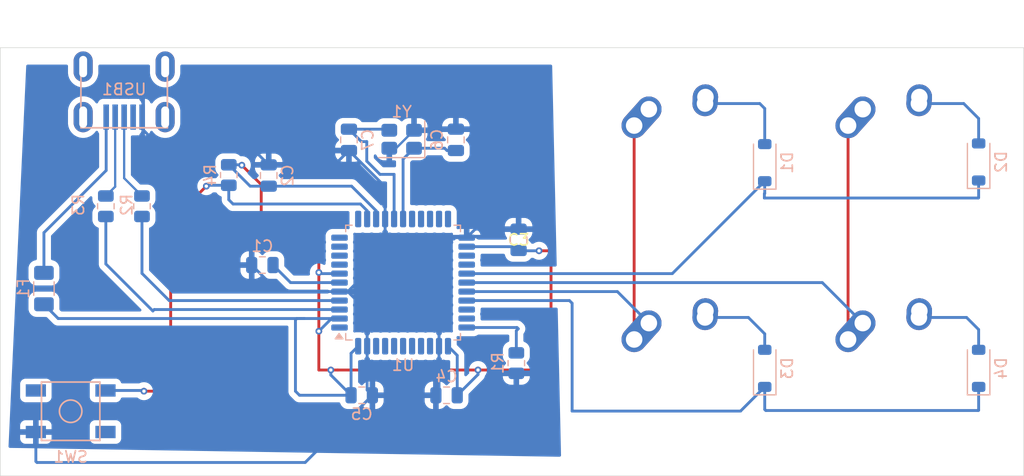
<source format=kicad_pcb>
(kicad_pcb (version 20241229) (generator "pcbnew") (generator_version "9.0")
  (layers (0 "F.Cu" signal) (2 "B.Cu" signal) (13 "F.Paste" user) (15 "B.Paste" user) (5 "F.SilkS" user "F.Silkscreen") (7 "B.SilkS" user "B.Silkscreen") (1 "F.Mask" user) (3 "B.Mask" user) (25 "Edge.Cuts" user))
  (net 0 "")
  (net 1 "Net-(U1-UCAP)")
  (net 2 "GND")
  (net 3 "+5V")
  (net 4 "Net-(U1-XTAL1)")
  (net 5 "Net-(U1-XTAL2)")
  (net 6 "Net-(D1-A)")
  (net 7 "/ROW0")
  (net 8 "Net-(D2-A)")
  (net 9 "Net-(D3-A)")
  (net 10 "/ROW1")
  (net 11 "Net-(D4-A)")
  (net 12 "VCC")
  (net 13 "/COL0")
  (net 14 "/COL1")
  (net 15 "Net-(U1-~{HWB}{slash}PE2)")
  (net 16 "Net-(U1-D+)")
  (net 17 "/D+")
  (net 18 "/D-")
  (net 19 "Net-(U1-D-)")
  (net 20 "Net-(U1-~{RESET})")
  (footprint "MX_Alps_Hybrid:MX-1U-NoLED" (layer "F.Cu") (at 129.3731 88.9259)
    (property "Reference" "MX1")
    (property "Value" "MX-NoLED")
    (pad "" np_thru_hole circle (at -5.08 0 48.0996) (size 1.75 1.75) (drill 1.75) (layers "*.Cu" "*.Mask"))
    (pad "" np_thru_hole circle (at 0 0) (size 3.9878 3.9878) (drill 3.9878) (layers "*.Cu" "*.Mask"))
    (pad "" np_thru_hole circle (at 5.08 0 48.0996) (size 1.75 1.75) (drill 1.75) (layers "*.Cu" "*.Mask"))
    (pad "1" thru_hole oval (at -3.81 -2.54 48.0996) (size 4.211556 2.25) (drill 1.47 (offset 0.980778 0)) (layers "*.Cu" "B.Mask") (net 13 "/COL0"))
    (pad "1" thru_hole circle (at -2.5 -4) (size 2.25 2.25) (drill 1.47) (layers "*.Cu" "B.Mask") (net 13 "/COL0"))
    (pad "2" thru_hole oval (at 2.5 -4.5 86.0548) (size 2.831378 2.25) (drill 1.47 (offset 0.290689 0)) (layers "*.Cu" "B.Mask") (net 6 "Net-(D1-A)"))
    (pad "2" thru_hole circle (at 2.54 -5.08) (size 2.25 2.25) (drill 1.47) (layers "*.Cu" "B.Mask") (net 6 "Net-(D1-A)"))
  )
  (footprint "MX_Alps_Hybrid:MX-1U-NoLED" (layer "F.Cu") (at 129.3731 107.9747)
    (property "Reference" "MX3")
    (property "Value" "MX-NoLED")
    (pad "" np_thru_hole circle (at -5.08 0 48.0996) (size 1.75 1.75) (drill 1.75) (layers "*.Cu" "*.Mask"))
    (pad "" np_thru_hole circle (at 0 0) (size 3.9878 3.9878) (drill 3.9878) (layers "*.Cu" "*.Mask"))
    (pad "" np_thru_hole circle (at 5.08 0 48.0996) (size 1.75 1.75) (drill 1.75) (layers "*.Cu" "*.Mask"))
    (pad "1" thru_hole oval (at -3.81 -2.54 48.0996) (size 4.211556 2.25) (drill 1.47 (offset 0.980778 0)) (layers "*.Cu" "B.Mask") (net 13 "/COL0"))
    (pad "1" thru_hole circle (at -2.5 -4) (size 2.25 2.25) (drill 1.47) (layers "*.Cu" "B.Mask") (net 13 "/COL0"))
    (pad "2" thru_hole oval (at 2.5 -4.5 86.0548) (size 2.831378 2.25) (drill 1.47 (offset 0.290689 0)) (layers "*.Cu" "B.Mask") (net 9 "Net-(D3-A)"))
    (pad "2" thru_hole circle (at 2.54 -5.08) (size 2.25 2.25) (drill 1.47) (layers "*.Cu" "B.Mask") (net 9 "Net-(D3-A)"))
  )
  (footprint "MX_Alps_Hybrid:MX-1U-NoLED" (layer "F.Cu") (at 148.4219 88.9259)
    (property "Reference" "MX2")
    (property "Value" "MX-NoLED")
    (pad "" np_thru_hole circle (at -5.08 0 48.0996) (size 1.75 1.75) (drill 1.75) (layers "*.Cu" "*.Mask"))
    (pad "" np_thru_hole circle (at 0 0) (size 3.9878 3.9878) (drill 3.9878) (layers "*.Cu" "*.Mask"))
    (pad "" np_thru_hole circle (at 5.08 0 48.0996) (size 1.75 1.75) (drill 1.75) (layers "*.Cu" "*.Mask"))
    (pad "1" thru_hole oval (at -3.81 -2.54 48.0996) (size 4.211556 2.25) (drill 1.47 (offset 0.980778 0)) (layers "*.Cu" "B.Mask") (net 14 "/COL1"))
    (pad "1" thru_hole circle (at -2.5 -4) (size 2.25 2.25) (drill 1.47) (layers "*.Cu" "B.Mask") (net 14 "/COL1"))
    (pad "2" thru_hole oval (at 2.5 -4.5 86.0548) (size 2.831378 2.25) (drill 1.47 (offset 0.290689 0)) (layers "*.Cu" "B.Mask") (net 8 "Net-(D2-A)"))
    (pad "2" thru_hole circle (at 2.54 -5.08) (size 2.25 2.25) (drill 1.47) (layers "*.Cu" "B.Mask") (net 8 "Net-(D2-A)"))
  )
  (footprint "MX_Alps_Hybrid:MX-1U-NoLED" (layer "F.Cu") (at 148.4219 107.9747)
    (property "Reference" "MX4")
    (property "Value" "MX-NoLED")
    (pad "" np_thru_hole circle (at -5.08 0 48.0996) (size 1.75 1.75) (drill 1.75) (layers "*.Cu" "*.Mask"))
    (pad "" np_thru_hole circle (at 0 0) (size 3.9878 3.9878) (drill 3.9878) (layers "*.Cu" "*.Mask"))
    (pad "" np_thru_hole circle (at 5.08 0 48.0996) (size 1.75 1.75) (drill 1.75) (layers "*.Cu" "*.Mask"))
    (pad "1" thru_hole oval (at -3.81 -2.54 48.0996) (size 4.211556 2.25) (drill 1.47 (offset 0.980778 0)) (layers "*.Cu" "B.Mask") (net 14 "/COL1"))
    (pad "1" thru_hole circle (at -2.5 -4) (size 2.25 2.25) (drill 1.47) (layers "*.Cu" "B.Mask") (net 14 "/COL1"))
    (pad "2" thru_hole oval (at 2.5 -4.5 86.0548) (size 2.831378 2.25) (drill 1.47 (offset 0.290689 0)) (layers "*.Cu" "B.Mask") (net 11 "Net-(D4-A)"))
    (pad "2" thru_hole circle (at 2.54 -5.08) (size 2.25 2.25) (drill 1.47) (layers "*.Cu" "B.Mask") (net 11 "Net-(D4-A)"))
  )
  (footprint "Resistor_SMD:R_0805_2012Metric" (layer "B.Cu") (at 78.518 93.5693 -90)
    (property "Reference" "R3" (at -0.1188 2.4437 90) (layer "B.SilkS") (effects (justify mirror)))
    (property "Value" "22")
    (fp_line (start -0.227064 0.735) (end 0.227064 0.735) (stroke (width 0.12)) (layer "B.SilkS"))
    (fp_line (start -0.227064 -0.735) (end 0.227064 -0.735) (stroke (width 0.12)) (layer "B.SilkS"))
    (pad "1" smd roundrect (at -0.9125 0 270) (size 1.025 1.4) (layers "B.Cu" "B.Mask" "B.Paste") (roundrect_rratio 0.243902) (net 18 "/D-"))
    (pad "2" smd roundrect (at 0.9125 0 270) (size 1.025 1.4) (layers "B.Cu" "B.Mask" "B.Paste") (roundrect_rratio 0.243902) (net 19 "Net-(U1-D-)"))
  )
  (footprint "Diode_SMD:D_SOD-123" (layer "B.Cu") (at 156.24 89.6255 90)
    (property "Reference" "D2" (at 0 2 90) (layer "B.SilkS") (effects (justify mirror)))
    (property "Value" "D_Small")
    (fp_line (start -2.36 -1) (end 1.65 -1) (stroke (width 0.12)) (layer "B.SilkS"))
    (fp_line (start -2.36 1) (end -2.36 -1) (stroke (width 0.12)) (layer "B.SilkS"))
    (fp_line (start -2.36 1) (end 1.65 1) (stroke (width 0.12)) (layer "B.SilkS"))
    (pad "1" smd roundrect (at -1.65 0 90) (size 0.9 1.2) (layers "B.Cu" "B.Mask" "B.Paste") (net 7 "/ROW0"))
    (pad "2" smd roundrect (at 1.65 0 90) (size 0.9 1.2) (layers "B.Cu" "B.Mask" "B.Paste") (net 8 "Net-(D2-A)"))
  )
  (footprint "Resistor_SMD:R_0805_2012Metric" (layer "B.Cu") (at 81.7357 93.5693 -90)
    (property "Reference" "R2" (at -0.1188 1.3626 90) (layer "B.SilkS") (effects (justify mirror)))
    (property "Value" "22")
    (fp_line (start -0.227064 0.735) (end 0.227064 0.735) (stroke (width 0.12)) (layer "B.SilkS"))
    (fp_line (start -0.227064 -0.735) (end 0.227064 -0.735) (stroke (width 0.12)) (layer "B.SilkS"))
    (pad "1" smd roundrect (at -0.9125 0 270) (size 1.025 1.4) (layers "B.Cu" "B.Mask" "B.Paste") (roundrect_rratio 0.243902) (net 17 "/D+"))
    (pad "2" smd roundrect (at 0.9125 0 270) (size 1.025 1.4) (layers "B.Cu" "B.Mask" "B.Paste") (roundrect_rratio 0.243902) (net 16 "Net-(U1-D+)"))
  )
  (footprint "Resistor_SMD:R_0805_2012Metric" (layer "B.Cu") (at 115.0711 107.5381 -90)
    (property "Reference" "R1" (at 0 1.65 90) (layer "B.SilkS") (effects (justify mirror)))
    (property "Value" "10k")
    (fp_line (start -0.227064 0.735) (end 0.227064 0.735) (stroke (width 0.12)) (layer "B.SilkS"))
    (fp_line (start -0.227064 -0.735) (end 0.227064 -0.735) (stroke (width 0.12)) (layer "B.SilkS"))
    (pad "1" smd roundrect (at -0.9125 0 270) (size 1.025 1.4) (layers "B.Cu" "B.Mask" "B.Paste") (roundrect_rratio 0.243902) (net 15 "Net-(U1-~{HWB}{slash}PE2)"))
    (pad "2" smd roundrect (at 0.9125 0 270) (size 1.025 1.4) (layers "B.Cu" "B.Mask" "B.Paste") (roundrect_rratio 0.243902) (net 2 "GND"))
  )
  (footprint "Fuse:Fuse_1206_3216Metric" (layer "B.Cu") (at 73.005 100.9 -90)
    (property "Reference" "F1" (at 0 1.83 90) (layer "B.SilkS") (effects (justify mirror)))
    (property "Value" "500mA")
    (fp_line (start -0.602064 0.91) (end 0.602064 0.91) (stroke (width 0.12)) (layer "B.SilkS"))
    (fp_line (start -0.602064 -0.91) (end 0.602064 -0.91) (stroke (width 0.12)) (layer "B.SilkS"))
    (pad "1" smd roundrect (at -1.4 0 270) (size 1.25 1.75) (layers "B.Cu" "B.Mask" "B.Paste") (roundrect_rratio 0.2) (net 12 "VCC"))
    (pad "2" smd roundrect (at 1.4 0 270) (size 1.25 1.75) (layers "B.Cu" "B.Mask" "B.Paste") (roundrect_rratio 0.2) (net 3 "+5V"))
  )
  (footprint "Capacitor_SMD:C_0805_2012Metric" (layer "B.Cu") (at 109.6895 87.6581 -90)
    (property "Reference" "C6" (at 0 1.68 90) (layer "B.SilkS") (effects (justify mirror)))
    (property "Value" "22pF")
    (fp_line (start -0.261252 0.735) (end 0.261252 0.735) (stroke (width 0.12)) (layer "B.SilkS"))
    (fp_line (start -0.261252 -0.735) (end 0.261252 -0.735) (stroke (width 0.12)) (layer "B.SilkS"))
    (pad "1" smd roundrect (at -0.95 0 270) (size 1 1.45) (layers "B.Cu" "B.Mask" "B.Paste") (net 2 "GND"))
    (pad "2" smd roundrect (at 0.95 0 270) (size 1 1.45) (layers "B.Cu" "B.Mask" "B.Paste") (net 4 "Net-(U1-XTAL1)"))
  )
  (footprint "random-keyboard-parts:SKQG-1155865" (layer "B.Cu") (at 75.3861 111.8244 180)
    (property "Reference" "SW1" (at 0 -4.064 0) (layer "B.SilkS") (effects (justify mirror)))
    (property "Value" "SW_Push")
    (fp_line (start 2.6 2.6) (end 2.6 -2.6) (stroke (width 0.15)) (layer "B.SilkS"))
    (fp_line (start 2.6 -2.6) (end -2.6 -2.6) (stroke (width 0.15)) (layer "B.SilkS"))
    (fp_line (start -2.6 2.6) (end 2.6 2.6) (stroke (width 0.15)) (layer "B.SilkS"))
    (fp_line (start -2.6 -2.6) (end -2.6 2.6) (stroke (width 0.15)) (layer "B.SilkS"))
    (fp_circle (center 0 0) (end 1 0) (stroke (width 0.15)) (fill no) (layer "B.SilkS"))
    (pad "1" smd rect (at 3.1 -1.85 180) (size 1.8 1.1) (layers "B.Cu" "B.Mask" "B.Paste") (net 2 "GND"))
    (pad "2" smd rect (at -3.1 1.85 180) (size 1.8 1.1) (layers "B.Cu" "B.Mask" "B.Paste") (net 20 "Net-(U1-~{RESET})"))
    (pad "3" smd rect (at 3.1 1.85 180) (size 1.8 1.1) (layers "B.Cu" "B.Mask" "B.Paste"))
    (pad "4" smd rect (at -3.1 -1.85 180) (size 1.8 1.1) (layers "B.Cu" "B.Mask" "B.Paste"))
  )
  (footprint "Diode_SMD:D_SOD-123" (layer "B.Cu") (at 156.24 108.0058 90)
    (property "Reference" "D4" (at 0 2 90) (layer "B.SilkS") (effects (justify mirror)))
    (property "Value" "D_Small")
    (fp_line (start -2.36 -1) (end 1.65 -1) (stroke (width 0.12)) (layer "B.SilkS"))
    (fp_line (start -2.36 1) (end -2.36 -1) (stroke (width 0.12)) (layer "B.SilkS"))
    (fp_line (start -2.36 1) (end 1.65 1) (stroke (width 0.12)) (layer "B.SilkS"))
    (pad "1" smd roundrect (at -1.65 0 90) (size 0.9 1.2) (layers "B.Cu" "B.Mask" "B.Paste") (net 10 "/ROW1"))
    (pad "2" smd roundrect (at 1.65 0 90) (size 0.9 1.2) (layers "B.Cu" "B.Mask" "B.Paste") (net 11 "Net-(D4-A)"))
  )
  (footprint "Package_QFP:TQFP-44_10x10mm_P0.8mm" (layer "B.Cu") (at 104.9877 100.3697)
    (property "Reference" "U1" (at 0 7.35 0) (layer "B.SilkS") (effects (justify mirror)))
    (property "Value" "ATmega32U4-A")
    (fp_line (start -5.11 -5.11) (end -5.11 -4.535) (stroke (width 0.12)) (layer "B.SilkS"))
    (fp_line (start -5.11 5.11) (end -5.11 4.535) (stroke (width 0.12)) (layer "B.SilkS"))
    (fp_line (start -4.535 -5.11) (end -5.11 -5.11) (stroke (width 0.12)) (layer "B.SilkS"))
    (fp_line (start -4.535 5.11) (end -5.11 5.11) (stroke (width 0.12)) (layer "B.SilkS"))
    (fp_line (start 4.535 -5.11) (end 5.11 -5.11) (stroke (width 0.12)) (layer "B.SilkS"))
    (fp_line (start 4.535 5.11) (end 5.11 5.11) (stroke (width 0.12)) (layer "B.SilkS"))
    (fp_line (start 5.11 -5.11) (end 5.11 -4.535) (stroke (width 0.12)) (layer "B.SilkS"))
    (fp_line (start 5.11 5.11) (end 5.11 4.535) (stroke (width 0.12)) (layer "B.SilkS"))
    (fp_poly (pts (xy -5.7 4.535) (xy -6.04 5.005) (xy -5.36 5.005)) (stroke (width 0.12)) (fill yes) (layer "B.SilkS"))
    (pad "1" smd roundrect (at -5.6625 4) (size 1.475 0.55) (layers "B.Cu" "B.Mask" "B.Paste"))
    (pad "2" smd roundrect (at -5.6625 3.2) (size 1.475 0.55) (layers "B.Cu" "B.Mask" "B.Paste") (net 3 "+5V"))
    (pad "3" smd roundrect (at -5.6625 2.4) (size 1.475 0.55) (layers "B.Cu" "B.Mask" "B.Paste") (net 19 "Net-(U1-D-)"))
    (pad "4" smd roundrect (at -5.6625 1.6) (size 1.475 0.55) (layers "B.Cu" "B.Mask" "B.Paste") (net 16 "Net-(U1-D+)"))
    (pad "5" smd roundrect (at -5.6625 0.8) (size 1.475 0.55) (layers "B.Cu" "B.Mask" "B.Paste") (net 2 "GND"))
    (pad "6" smd roundrect (at -5.6625 0) (size 1.475 0.55) (layers "B.Cu" "B.Mask" "B.Paste") (net 1 "Net-(U1-UCAP)"))
    (pad "7" smd roundrect (at -5.6625 -0.8) (size 1.475 0.55) (layers "B.Cu" "B.Mask" "B.Paste") (net 3 "+5V"))
    (pad "8" smd roundrect (at -5.6625 -1.6) (size 1.475 0.55) (layers "B.Cu" "B.Mask" "B.Paste"))
    (pad "9" smd roundrect (at -5.6625 -2.4) (size 1.475 0.55) (layers "B.Cu" "B.Mask" "B.Paste"))
    (pad "10" smd roundrect (at -5.6625 -3.2) (size 1.475 0.55) (layers "B.Cu" "B.Mask" "B.Paste"))
    (pad "11" smd roundrect (at -5.6625 -4) (size 1.475 0.55) (layers "B.Cu" "B.Mask" "B.Paste"))
    (pad "12" smd roundrect (at -4 -5.6625) (size 0.55 1.475) (layers "B.Cu" "B.Mask" "B.Paste"))
    (pad "13" smd roundrect (at -3.2 -5.6625) (size 0.55 1.475) (layers "B.Cu" "B.Mask" "B.Paste") (net 20 "Net-(U1-~{RESET})"))
    (pad "14" smd roundrect (at -2.4 -5.6625) (size 0.55 1.475) (layers "B.Cu" "B.Mask" "B.Paste") (net 3 "+5V"))
    (pad "15" smd roundrect (at -1.6 -5.6625) (size 0.55 1.475) (layers "B.Cu" "B.Mask" "B.Paste") (net 2 "GND"))
    (pad "16" smd roundrect (at -0.8 -5.6625) (size 0.55 1.475) (layers "B.Cu" "B.Mask" "B.Paste") (net 5 "Net-(U1-XTAL2)"))
    (pad "17" smd roundrect (at 0 -5.6625) (size 0.55 1.475) (layers "B.Cu" "B.Mask" "B.Paste") (net 4 "Net-(U1-XTAL1)"))
    (pad "18" smd roundrect (at 0.8 -5.6625) (size 0.55 1.475) (layers "B.Cu" "B.Mask" "B.Paste"))
    (pad "19" smd roundrect (at 1.6 -5.6625) (size 0.55 1.475) (layers "B.Cu" "B.Mask" "B.Paste"))
    (pad "20" smd roundrect (at 2.4 -5.6625) (size 0.55 1.475) (layers "B.Cu" "B.Mask" "B.Paste"))
    (pad "21" smd roundrect (at 3.2 -5.6625) (size 0.55 1.475) (layers "B.Cu" "B.Mask" "B.Paste"))
    (pad "22" smd roundrect (at 4 -5.6625) (size 0.55 1.475) (layers "B.Cu" "B.Mask" "B.Paste"))
    (pad "23" smd roundrect (at 5.6625 -4) (size 1.475 0.55) (layers "B.Cu" "B.Mask" "B.Paste") (net 2 "GND"))
    (pad "24" smd roundrect (at 5.6625 -3.2) (size 1.475 0.55) (layers "B.Cu" "B.Mask" "B.Paste") (net 3 "+5V"))
    (pad "25" smd roundrect (at 5.6625 -2.4) (size 1.475 0.55) (layers "B.Cu" "B.Mask" "B.Paste"))
    (pad "26" smd roundrect (at 5.6625 -1.6) (size 1.475 0.55) (layers "B.Cu" "B.Mask" "B.Paste"))
    (pad "27" smd roundrect (at 5.6625 -0.8) (size 1.475 0.55) (layers "B.Cu" "B.Mask" "B.Paste") (net 7 "/ROW0"))
    (pad "28" smd roundrect (at 5.6625 0) (size 1.475 0.55) (layers "B.Cu" "B.Mask" "B.Paste") (net 14 "/COL1"))
    (pad "29" smd roundrect (at 5.6625 0.8) (size 1.475 0.55) (layers "B.Cu" "B.Mask" "B.Paste") (net 13 "/COL0"))
    (pad "30" smd roundrect (at 5.6625 1.6) (size 1.475 0.55) (layers "B.Cu" "B.Mask" "B.Paste") (net 10 "/ROW1"))
    (pad "31" smd roundrect (at 5.6625 2.4) (size 1.475 0.55) (layers "B.Cu" "B.Mask" "B.Paste"))
    (pad "32" smd roundrect (at 5.6625 3.2) (size 1.475 0.55) (layers "B.Cu" "B.Mask" "B.Paste"))
    (pad "33" smd roundrect (at 5.6625 4) (size 1.475 0.55) (layers "B.Cu" "B.Mask" "B.Paste") (net 15 "Net-(U1-~{HWB}{slash}PE2)"))
    (pad "34" smd roundrect (at 4 5.6625) (size 0.55 1.475) (layers "B.Cu" "B.Mask" "B.Paste") (net 3 "+5V"))
    (pad "35" smd roundrect (at 3.2 5.6625) (size 0.55 1.475) (layers "B.Cu" "B.Mask" "B.Paste") (net 2 "GND"))
    (pad "36" smd roundrect (at 2.4 5.6625) (size 0.55 1.475) (layers "B.Cu" "B.Mask" "B.Paste"))
    (pad "37" smd roundrect (at 1.6 5.6625) (size 0.55 1.475) (layers "B.Cu" "B.Mask" "B.Paste"))
    (pad "38" smd roundrect (at 0.8 5.6625) (size 0.55 1.475) (layers "B.Cu" "B.Mask" "B.Paste"))
    (pad "39" smd roundrect (at 0 5.6625) (size 0.55 1.475) (layers "B.Cu" "B.Mask" "B.Paste"))
    (pad "40" smd roundrect (at -0.8 5.6625) (size 0.55 1.475) (layers "B.Cu" "B.Mask" "B.Paste"))
    (pad "41" smd roundrect (at -1.6 5.6625) (size 0.55 1.475) (layers "B.Cu" "B.Mask" "B.Paste"))
    (pad "42" smd roundrect (at -2.4 5.6625) (size 0.55 1.475) (layers "B.Cu" "B.Mask" "B.Paste"))
    (pad "43" smd roundrect (at -3.2 5.6625) (size 0.55 1.475) (layers "B.Cu" "B.Mask" "B.Paste") (net 2 "GND"))
    (pad "44" smd roundrect (at -4 5.6625) (size 0.55 1.475) (layers "B.Cu" "B.Mask" "B.Paste") (net 3 "+5V"))
  )
  (footprint "Resistor_SMD:R_0805_2012Metric" (layer "B.Cu") (at 89.4658 90.7904 -90)
    (property "Reference" "R4" (at 0 1.65 90) (layer "B.SilkS") (effects (justify mirror)))
    (property "Value" "10k")
    (fp_line (start -0.227064 0.735) (end 0.227064 0.735) (stroke (width 0.12)) (layer "B.SilkS"))
    (fp_line (start -0.227064 -0.735) (end 0.227064 -0.735) (stroke (width 0.12)) (layer "B.SilkS"))
    (pad "1" smd roundrect (at -0.9125 0 270) (size 1.025 1.4) (layers "B.Cu" "B.Mask" "B.Paste") (roundrect_rratio 0.243902) (net 3 "+5V"))
    (pad "2" smd roundrect (at 0.9125 0 270) (size 1.025 1.4) (layers "B.Cu" "B.Mask" "B.Paste") (roundrect_rratio 0.243902) (net 20 "Net-(U1-~{RESET})"))
  )
  (footprint "Capacitor_SMD:C_0805_2012Metric" (layer "B.Cu") (at 115.2747 96.5597 90)
    (property "Reference" "C3" (at 0 0 0) (layer "F.SilkS"))
    (property "Value" "0.1uF")
    (fp_line (start -0.261252 -0.735) (end 0.261252 -0.735) (stroke (width 0.12)) (layer "B.SilkS"))
    (fp_line (start -0.261252 0.735) (end 0.261252 0.735) (stroke (width 0.12)) (layer "B.SilkS"))
    (pad "1" smd roundrect (at -0.95 0 90) (size 1 1.45) (layers "B.Cu" "B.Mask" "B.Paste") (net 3 "+5V"))
    (pad "2" smd roundrect (at 0.95 0 90) (size 1 1.45) (layers "B.Cu" "B.Mask" "B.Paste") (net 2 "GND"))
  )
  (footprint "Capacitor_SMD:C_0805_2012Metric" (layer "B.Cu") (at 100.1651 87.6581 90)
    (property "Reference" "C7" (at 0 1.68 90) (layer "B.SilkS") (effects (justify mirror)))
    (property "Value" "22pF")
    (fp_line (start -0.261252 -0.735) (end 0.261252 -0.735) (stroke (width 0.12)) (layer "B.SilkS"))
    (fp_line (start -0.261252 0.735) (end 0.261252 0.735) (stroke (width 0.12)) (layer "B.SilkS"))
    (pad "1" smd roundrect (at -0.95 0 90) (size 1 1.45) (layers "B.Cu" "B.Mask" "B.Paste") (net 2 "GND"))
    (pad "2" smd roundrect (at 0.95 0 90) (size 1 1.45) (layers "B.Cu" "B.Mask" "B.Paste") (net 5 "Net-(U1-XTAL2)"))
  )
  (footprint "Diode_SMD:D_SOD-123" (layer "B.Cu") (at 137.1912 108.0058 90)
    (property "Reference" "D3" (at 0 2 90) (layer "B.SilkS") (effects (justify mirror)))
    (property "Value" "D_Small")
    (fp_line (start -2.36 -1) (end 1.65 -1) (stroke (width 0.12)) (layer "B.SilkS"))
    (fp_line (start -2.36 1) (end -2.36 -1) (stroke (width 0.12)) (layer "B.SilkS"))
    (fp_line (start -2.36 1) (end 1.65 1) (stroke (width 0.12)) (layer "B.SilkS"))
    (pad "1" smd roundrect (at -1.65 0 90) (size 0.9 1.2) (layers "B.Cu" "B.Mask" "B.Paste") (net 10 "/ROW1"))
    (pad "2" smd roundrect (at 1.65 0 90) (size 0.9 1.2) (layers "B.Cu" "B.Mask" "B.Paste") (net 9 "Net-(D3-A)"))
  )
  (footprint "Capacitor_SMD:C_0805_2012Metric" (layer "B.Cu") (at 92.456 98.806 180)
    (property "Reference" "C1" (at 0 1.68 0) (layer "B.SilkS") (effects (justify mirror)))
    (property "Value" "1uF")
    (fp_line (start -0.261252 0.735) (end 0.261252 0.735) (stroke (width 0.12)) (layer "B.SilkS"))
    (fp_line (start -0.261252 -0.735) (end 0.261252 -0.735) (stroke (width 0.12)) (layer "B.SilkS"))
    (pad "1" smd roundrect (at -0.95 0 180) (size 1 1.45) (layers "B.Cu" "B.Mask" "B.Paste") (net 1 "Net-(U1-UCAP)"))
    (pad "2" smd roundrect (at 0.95 0 180) (size 1 1.45) (layers "B.Cu" "B.Mask" "B.Paste") (net 2 "GND"))
  )
  (footprint "Diode_SMD:D_SOD-123" (layer "B.Cu") (at 137.1912 89.6881 90)
    (property "Reference" "D1" (at 0 2 90) (layer "B.SilkS") (effects (justify mirror)))
    (property "Value" "D_Small")
    (fp_line (start -2.36 -1) (end 1.65 -1) (stroke (width 0.12)) (layer "B.SilkS"))
    (fp_line (start -2.36 1) (end -2.36 -1) (stroke (width 0.12)) (layer "B.SilkS"))
    (fp_line (start -2.36 1) (end 1.65 1) (stroke (width 0.12)) (layer "B.SilkS"))
    (pad "1" smd roundrect (at -1.65 0 90) (size 0.9 1.2) (layers "B.Cu" "B.Mask" "B.Paste") (net 7 "/ROW0"))
    (pad "2" smd roundrect (at 1.65 0 90) (size 0.9 1.2) (layers "B.Cu" "B.Mask" "B.Paste") (net 6 "Net-(D1-A)"))
  )
  (footprint "Capacitor_SMD:C_0805_2012Metric" (layer "B.Cu") (at 93.0218 90.8329 90)
    (property "Reference" "C2" (at 0 1.68 90) (layer "B.SilkS") (effects (justify mirror)))
    (property "Value" "0.1uF")
    (fp_line (start -0.261252 -0.735) (end 0.261252 -0.735) (stroke (width 0.12)) (layer "B.SilkS"))
    (fp_line (start -0.261252 0.735) (end 0.261252 0.735) (stroke (width 0.12)) (layer "B.SilkS"))
    (pad "1" smd roundrect (at -0.95 0 90) (size 1 1.45) (layers "B.Cu" "B.Mask" "B.Paste") (net 3 "+5V"))
    (pad "2" smd roundrect (at 0.95 0 90) (size 1 1.45) (layers "B.Cu" "B.Mask" "B.Paste") (net 2 "GND"))
  )
  (footprint "Crystal:Crystal_SMD_SeikoEpson_TSX3225-4Pin_3.2x2.5mm" (layer "B.Cu") (at 104.8607 87.6037 180)
    (property "Reference" "Y1" (at 0 2.45 0) (layer "B.SilkS") (effects (justify mirror)))
    (property "Value" "16MHz")
    (fp_line (start -2.06 1.635) (end -2.06 -1.635) (stroke (width 0.12)) (layer "B.SilkS"))
    (fp_line (start -2.06 -1.635) (end 2.06 -1.635) (stroke (width 0.12)) (layer "B.SilkS"))
    (pad "1" smd roundrect (at -1.1 -0.8 180) (size 1.4 1.15) (layers "B.Cu" "B.Mask" "B.Paste") (roundrect_rratio 0.217391) (net 4 "Net-(U1-XTAL1)"))
    (pad "2" smd roundrect (at 1.1 -0.8 180) (size 1.4 1.15) (layers "B.Cu" "B.Mask" "B.Paste") (roundrect_rratio 0.217391) (net 2 "GND"))
    (pad "3" smd roundrect (at 1.1 0.8 180) (size 1.4 1.15) (layers "B.Cu" "B.Mask" "B.Paste") (roundrect_rratio 0.217391) (net 5 "Net-(U1-XTAL2)"))
    (pad "4" smd roundrect (at -1.1 0.8 180) (size 1.4 1.15) (layers "B.Cu" "B.Mask" "B.Paste") (roundrect_rratio 0.217391) (net 2 "GND"))
  )
  (footprint "random-keyboard-parts:Molex-0548190589" (layer "B.Cu") (at 80.1483 81.1323 -90)
    (property "Reference" "USB1" (at 2.032 0 0) (layer "B.SilkS") (effects (justify mirror)))
    (property "Value" "Molex-0548190589")
    (fp_line (start 0 3.85) (end 5.45 3.85) (stroke (width 0.15)) (layer "B.SilkS"))
    (fp_line (start 5.45 3.85) (end 5.45 -3.85) (stroke (width 0.15)) (layer "B.SilkS"))
    (fp_line (start 0 -3.85) (end 5.45 -3.85) (stroke (width 0.15)) (layer "B.SilkS"))
    (pad "1" smd rect (at 4.5 -1.6 270) (size 2.25 0.5) (layers "B.Cu" "B.Mask" "B.Paste") (net 2 "GND"))
    (pad "2" smd rect (at 4.5 -0.8 270) (size 2.25 0.5) (layers "B.Cu" "B.Mask" "B.Paste"))
    (pad "3" smd rect (at 4.5 0 270) (size 2.25 0.5) (layers "B.Cu" "B.Mask" "B.Paste") (net 17 "/D+"))
    (pad "4" smd rect (at 4.5 0.8 270) (size 2.25 0.5) (layers "B.Cu" "B.Mask" "B.Paste") (net 18 "/D-"))
    (pad "5" smd rect (at 4.5 1.6 270) (size 2.25 0.5) (layers "B.Cu" "B.Mask" "B.Paste") (net 12 "VCC"))
    (pad "6" thru_hole oval (at 0 -3.65 270) (size 2.7 1.7) (drill oval 1.9 0.7) (layers "*.Cu" "*.Mask"))
    (pad "6" thru_hole oval (at 0 3.65 270) (size 2.7 1.7) (drill oval 1.9 0.7) (layers "*.Cu" "*.Mask"))
    (pad "6" thru_hole oval (at 4.5 -3.65 270) (size 2.7 1.7) (drill oval 1.9 0.7) (layers "*.Cu" "*.Mask"))
    (pad "6" thru_hole oval (at 4.5 3.65 270) (size 2.7 1.7) (drill oval 1.9 0.7) (layers "*.Cu" "*.Mask"))
  )
  (footprint "Capacitor_SMD:C_0805_2012Metric" (layer "B.Cu") (at 101.3047 110.4027)
    (property "Reference" "C5" (at 0 1.68 0) (layer "B.SilkS") (effects (justify mirror)))
    (property "Value" "10uF")
    (fp_line (start -0.261252 -0.735) (end 0.261252 -0.735) (stroke (width 0.12)) (layer "B.SilkS"))
    (fp_line (start -0.261252 0.735) (end 0.261252 0.735) (stroke (width 0.12)) (layer "B.SilkS"))
    (pad "1" smd roundrect (at -0.95 0) (size 1 1.45) (layers "B.Cu" "B.Mask" "B.Paste") (net 3 "+5V"))
    (pad "2" smd roundrect (at 0.95 0) (size 1 1.45) (layers "B.Cu" "B.Mask" "B.Paste") (net 2 "GND"))
  )
  (footprint "Capacitor_SMD:C_0805_2012Metric" (layer "B.Cu") (at 108.8587 110.4027 180)
    (property "Reference" "C4" (at 0 1.68 0) (layer "B.SilkS") (effects (justify mirror)))
    (property "Value" "0.1uF")
    (fp_line (start -0.261252 0.735) (end 0.261252 0.735) (stroke (width 0.12)) (layer "B.SilkS"))
    (fp_line (start -0.261252 -0.735) (end 0.261252 -0.735) (stroke (width 0.12)) (layer "B.SilkS"))
    (pad "1" smd roundrect (at -0.95 0 180) (size 1 1.45) (layers "B.Cu" "B.Mask" "B.Paste") (net 3 "+5V"))
    (pad "2" smd roundrect (at 0.95 0 180) (size 1 1.45) (layers "B.Cu" "B.Mask" "B.Paste") (net 2 "GND"))
  )
  (gr_rect (start 69.1179 79.4512) (end 160.2567 117.5812) (stroke (width 0.05)) (fill no) (layer "Edge.Cuts"))
  (segment (start 93.406 98.806) (end 94.9697 100.3697) (width 0.254) (layer "B.Cu") (net 1))
  (segment (start 94.9697 100.3697) (end 99.3252 100.3697) (width 0.254) (layer "B.Cu") (net 1))
  (segment (start 81.7483 86.6759) (end 83.3628 88.2904) (width 0.254) (layer "B.Cu") (net 2))
  (segment (start 108.1877 110.1237) (end 108.1877 106.0322) (width 0.254) (layer "B.Cu") (net 2))
  (segment (start 100.062699 101.1697) (end 101.7877 102.894701) (width 0.254) (layer "B.Cu") (net 2))
  (segment (start 103.7197 96.3697) (end 103.3877 96.0377) (width 0.254) (layer "B.Cu") (net 2))
  (segment (start 103.3877 96.0377) (end 103.3877 97.844699) (width 0.254) (layer "B.Cu") (net 2))
  (segment (start 107.9087 113.0194) (end 107.923514 113.004586) (width 0.254) (layer "B.Cu") (net 2))
  (segment (start 102.2547 110.4027) (end 107.9087 110.4027) (width 0.254) (layer "B.Cu") (net 2))
  (segment (start 93.0218 89.8829) (end 98.8903 89.8829) (width 0.254) (layer "B.Cu") (net 2))
  (segment (start 107.9087 110.4027) (end 108.1877 110.1237) (width 0.254) (layer "B.Cu") (net 2))
  (segment (start 111.4102 95.6097) (end 110.6502 96.3697) (width 0.254) (layer "B.Cu") (net 2))
  (segment (start 98.5777 85.4333) (end 105.721 85.4333) (width 0.254) (layer "B.Cu") (net 2))
  (segment (start 115.037186 113.004586) (end 115.0711 113.0385) (width 0.254) (layer "B.Cu") (net 2))
  (segment (start 99.3252 101.1697) (end 100.062699 101.1697) (width 0.254) (layer "B.Cu") (net 2))
  (segment (start 108.1877 106.0322) (end 108.1877 96.9189) (width 0.254) (layer "B.Cu") (net 2))
  (segment (start 72.2861 116.2881) (end 72.3856 116.3876) (width 0.254) (layer "B.Cu") (net 2))
  (segment (start 109.6895 86.7081) (end 106.0563 86.7081) (width 0.254) (layer "B.Cu") (net 2))
  (segment (start 100.1651 88.6081) (end 103.3877 91.8307) (width 0.254) (layer "B.Cu") (net 2))
  (segment (start 72.3856 116.3876) (end 96.2698 116.3876) (width 0.254) (layer "B.Cu") (net 2))
  (segment (start 105.9607 85.673) (end 105.9607 86.8037) (width 0.254) (layer "B.Cu") (net 2))
  (segment (start 107.9087 110.4027) (end 107.9087 113.0194) (width 0.254) (layer "B.Cu") (net 2))
  (segment (start 81.7483 85.6323) (end 81.7483 86.6759) (width 0.254) (layer "B.Cu") (net 2))
  (segment (start 105.9607 86.8037) (end 104.3607 88.4037) (width 0.2032) (layer "B.Cu") (net 2))
  (segment (start 72.2861 113.6744) (end 72.2861 116.2881) (width 0.254) (layer "B.Cu") (net 2))
  (segment (start 115.0711 113.0385) (end 115.0711 108.4506) (width 0.254) (layer "B.Cu") (net 2))
  (segment (start 108.1877 96.9189) (end 108.7369 96.3697) (width 0.254) (layer "B.Cu") (net 2))
  (segment (start 103.3877 94.7072) (end 103.3877 96.0377) (width 0.254) (layer "B.Cu") (net 2))
  (segment (start 103.3877 97.844699) (end 100.062699 101.1697) (width 0.254) (layer "B.Cu") (net 2))
  (segment (start 106.0563 86.7081) (end 105.9607 86.8037) (width 0.254) (layer "B.Cu") (net 2))
  (segment (start 115.2747 95.6097) (end 111.4102 95.6097) (width 0.254) (layer "B.Cu") (net 2))
  (segment (start 93.8697 101.1697) (end 99.3252 101.1697) (width 0.254) (layer "B.Cu") (net 2))
  (segment (start 96.2698 116.3876) (end 102.2547 110.4027) (width 0.254) (layer "B.Cu") (net 2))
  (segment (start 107.923514 113.004586) (end 115.037186 113.004586) (width 0.254) (layer "B.Cu") (net 2))
  (segment (start 100.1651 88.6081) (end 98.5777 88.6081) (width 0.254) (layer "B.Cu") (net 2))
  (segment (start 108.7369 96.3697) (end 103.7197 96.3697) (width 0.254) (layer "B.Cu") (net 2))
  (segment (start 104.3607 88.4037) (end 103.7607 88.4037) (width 0.254) (layer "B.Cu") (net 2))
  (segment (start 102.2547 110.4027) (end 101.7877 109.9357) (width 0.254) (layer "B.Cu") (net 2))
  (segment (start 110.6502 96.3697) (end 108.7369 96.3697) (width 0.254) (layer "B.Cu") (net 2))
  (segment (start 91.506 98.806) (end 93.8697 101.1697) (width 0.254) (layer "B.Cu") (net 2))
  (segment (start 91.4293 88.2904) (end 93.0218 89.8829) (width 0.254) (layer "B.Cu") (net 2))
  (segment (start 105.721 85.4333) (end 105.9607 85.673) (width 0.254) (layer "B.Cu") (net 2))
  (segment (start 98.8903 89.8829) (end 100.1651 88.6081) (width 0.254) (layer "B.Cu") (net 2))
  (segment (start 103.3877 91.8307) (end 103.3877 94.7072) (width 0.254) (layer "B.Cu") (net 2))
  (segment (start 101.7877 102.894701) (end 101.7877 106.0322) (width 0.254) (layer "B.Cu") (net 2))
  (segment (start 101.7877 109.9357) (end 101.7877 106.0322) (width 0.254) (layer "B.Cu") (net 2))
  (segment (start 83.3628 88.2904) (end 91.4293 88.2904) (width 0.254) (layer "B.Cu") (net 2))
  (segment (start 98.5777 88.6081) (end 98.5777 85.4333) (width 0.254) (layer "B.Cu") (net 2))
  (segment (start 111.6584 108.1532) (end 117.9068 108.1532) (width 0.254) (layer "F.Cu") (net 3))
  (segment (start 90.6272 89.916) (end 92.3544 91.6432) (width 0.254) (layer "F.Cu") (net 3))
  (segment (start 118.0592 97.536) (end 117.094 97.536) (width 0.254) (layer "F.Cu") (net 3))
  (segment (start 118.1608 97.536) (end 118.11 97.4852) (width 0.254) (layer "F.Cu") (net 3))
  (segment (start 92.3544 95.9104) (end 96.52 95.9104) (width 0.254) (layer "F.Cu") (net 3))
  (segment (start 118.1608 107.8992) (end 118.1608 97.536) (width 0.254) (layer "F.Cu") (net 3))
  (segment (start 98.552 108.1532) (end 99.1616 108.1532) (width 0.254) (layer "F.Cu") (net 3))
  (segment (start 118.11 97.4852) (end 118.0592 97.536) (width 0.254) (layer "F.Cu") (net 3))
  (segment (start 99.1616 108.1532) (end 111.6584 108.1532) (width 0.254) (layer "F.Cu") (net 3))
  (segment (start 97.4852 108.1532) (end 98.552 108.1532) (width 0.254) (layer "F.Cu") (net 3))
  (segment (start 96.52 95.9104) (end 96.5708 95.9612) (width 0.254) (layer "F.Cu") (net 3))
  (segment (start 92.3544 91.6432) (end 92.3544 95.9104) (width 0.254) (layer "F.Cu") (net 3))
  (segment (start 97.4852 96.8756) (end 97.4852 99.4664) (width 0.254) (layer "F.Cu") (net 3))
  (segment (start 96.5708 95.9612) (end 97.4852 96.8756) (width 0.254) (layer "F.Cu") (net 3))
  (segment (start 97.4852 99.4664) (end 97.4852 104.6988) (width 0.254) (layer "F.Cu") (net 3))
  (segment (start 97.4852 104.6988) (end 97.4852 108.1532) (width 0.254) (layer "F.Cu") (net 3))
  (segment (start 117.9068 108.1532) (end 118.1608 107.8992) (width 0.254) (layer "F.Cu") (net 3))
  (via (at 97.4852 99.4664) (size 0.6) (drill 0.3) (layers "F.Cu" "B.Cu") (net 3))
  (via (at 117.094 97.536) (size 0.6) (drill 0.3) (layers "F.Cu" "B.Cu") (net 3))
  (via (at 97.4852 104.6988) (size 0.6) (drill 0.3) (layers "F.Cu" "B.Cu") (net 3))
  (via (at 90.6272 89.916) (size 0.6) (drill 0.3) (layers "F.Cu" "B.Cu") (net 3))
  (via (at 98.552 108.1532) (size 0.6) (drill 0.3) (layers "F.Cu" "B.Cu") (net 3))
  (via (at 111.6584 108.1532) (size 0.6) (drill 0.3) (layers "F.Cu" "B.Cu") (net 3))
  (segment (start 100.3547 110.4027) (end 100.3547 110.3376) (width 0.254) (layer "B.Cu") (net 3))
  (segment (start 102.5877 93.969701) (end 102.5877 94.7072) (width 0.254) (layer "B.Cu") (net 3))
  (segment (start 100.3547 110.4027) (end 100.3547 106.6652) (width 0.254) (layer "B.Cu") (net 3))
  (segment (start 109.8087 110.4027) (end 111.6584 108.553) (width 0.254) (layer "B.Cu") (net 3))
  (segment (start 115.2747 97.5097) (end 114.9347 97.1697) (width 0.254) (layer "B.Cu") (net 3))
  (segment (start 96.1966 103.5697) (end 99.3252 103.5697) (width 0.254) (layer "B.Cu") (net 3))
  (segment (start 115.301 97.536) (end 115.2747 97.5097) (width 0.254) (layer "B.Cu") (net 3))
  (segment (start 98.6143 103.5697) (end 97.4852 104.6988) (width 0.254) (layer "B.Cu") (net 3))
  (segment (start 100.400899 91.7829) (end 102.5877 93.969701) (width 0.254) (layer "B.Cu") (net 3))
  (segment (start 117.094 97.536) (end 115.301 97.536) (width 0.254) (layer "B.Cu") (net 3))
  (segment (start 89.4658 89.8779) (end 90.5891 89.8779) (width 0.254) (layer "B.Cu") (net 3))
  (segment (start 95.4029 103.6884) (end 95.5216 103.5697) (width 0.254) (layer "B.Cu") (net 3))
  (segment (start 95.7676 110.4027) (end 95.4029 110.038) (width 0.254) (layer "B.Cu") (net 3))
  (segment (start 109.8087 110.4027) (end 109.8087 106.8532) (width 0.254) (layer "B.Cu") (net 3))
  (segment (start 114.9347 97.1697) (end 110.6502 97.1697) (width 0.254) (layer "B.Cu") (net 3))
  (segment (start 99.3252 103.5697) (end 98.6143 103.5697) (width 0.254) (layer "B.Cu") (net 3))
  (segment (start 109.8087 106.8532) (end 108.9877 106.0322) (width 0.254) (layer "B.Cu") (net 3))
  (segment (start 111.6584 108.553) (end 111.6584 108.1532) (width 0.254) (layer "B.Cu") (net 3))
  (segment (start 93.0218 91.7829) (end 100.400899 91.7829) (width 0.254) (layer "B.Cu") (net 3))
  (segment (start 95.5216 103.5697) (end 96.1966 103.5697) (width 0.254) (layer "B.Cu") (net 3))
  (segment (start 97.5885 99.5697) (end 97.4852 99.4664) (width 0.254) (layer "B.Cu") (net 3))
  (segment (start 74.2747 103.5697) (end 96.1966 103.5697) (width 0.254) (layer "B.Cu") (net 3))
  (segment (start 93.0218 91.7829) (end 91.3708 91.7829) (width 0.254) (layer "B.Cu") (net 3))
  (segment (start 95.4029 110.038) (end 95.4029 103.6884) (width 0.254) (layer "B.Cu") (net 3))
  (segment (start 100.3547 110.4027) (end 98.552 108.6) (width 0.254) (layer "B.Cu") (net 3))
  (segment (start 73.005 102.3) (end 74.2747 103.5697) (width 0.254) (layer "B.Cu") (net 3))
  (segment (start 99.3252 99.5697) (end 97.5885 99.5697) (width 0.254) (layer "B.Cu") (net 3))
  (segment (start 90.5891 89.8779) (end 90.6272 89.916) (width 0.254) (layer "B.Cu") (net 3))
  (segment (start 91.3708 91.7829) (end 89.4658 89.8779) (width 0.254) (layer "B.Cu") (net 3))
  (segment (start 100.3547 110.4027) (end 100.2935 110.4027) (width 0.254) (layer "B.Cu") (net 3))
  (segment (start 98.552 108.6) (end 98.552 108.1532) (width 0.254) (layer "B.Cu") (net 3))
  (segment (start 100.3547 106.6652) (end 100.9877 106.0322) (width 0.254) (layer "B.Cu") (net 3))
  (segment (start 100.3547 110.4027) (end 95.7676 110.4027) (width 0.254) (layer "B.Cu") (net 3))
  (segment (start 104.9877 89.3767) (end 104.9877 94.7072) (width 0.254) (layer "B.Cu") (net 4))
  (segment (start 108.6914 88.4037) (end 105.9607 88.4037) (width 0.254) (layer "B.Cu") (net 4))
  (segment (start 109.6895 88.6081) (end 108.8958 88.6081) (width 0.254) (layer "B.Cu") (net 4))
  (segment (start 108.8958 88.6081) (end 108.6914 88.4037) (width 0.254) (layer "B.Cu") (net 4))
  (segment (start 105.9607 88.4037) (end 104.9877 89.3767) (width 0.254) (layer "B.Cu") (net 4))
  (segment (start 102.931168 90.7307) (end 104.1877 90.7307) (width 0.254) (layer "B.Cu") (net 5))
  (segment (start 100.1651 86.7081) (end 101.2714 87.8144) (width 0.254) (layer "B.Cu") (net 5))
  (segment (start 104.1877 90.7307) (end 104.1877 94.7072) (width 0.254) (layer "B.Cu") (net 5))
  (segment (start 101.7525 89.552032) (end 102.931168 90.7307) (width 0.254) (layer "B.Cu") (net 5))
  (segment (start 101.7525 87.8144) (end 101.7525 89.552032) (width 0.254) (layer "B.Cu") (net 5))
  (segment (start 103.6651 86.7081) (end 103.7607 86.8037) (width 0.254) (layer "B.Cu") (net 5))
  (segment (start 100.1651 86.7081) (end 103.6651 86.7081) (width 0.254) (layer "B.Cu") (net 5))
  (segment (start 101.2714 87.8144) (end 101.7525 87.8144) (width 0.254) (layer "B.Cu") (net 5))
  (segment (start 137.1912 88.0381) (end 137.1912 84.8672) (width 0.254) (layer "B.Cu") (net 6))
  (segment (start 137.1912 84.8672) (end 136.7499 84.4259) (width 0.254) (layer "B.Cu") (net 6))
  (segment (start 136.7499 84.4259) (end 131.8731 84.4259) (width 0.254) (layer "B.Cu") (net 6))
  (segment (start 137.16 92.456) (end 137.1912 92.4248) (width 0.254) (layer "B.Cu") (net 7))
  (segment (start 137.1912 92.4248) (end 137.1912 91.3381) (width 0.254) (layer "B.Cu") (net 7))
  (segment (start 156.21 92.837) (end 137.16 92.837) (width 0.254) (layer "B.Cu") (net 7))
  (segment (start 137.16 92.837) (end 137.16 92.456) (width 0.254) (layer "B.Cu") (net 7))
  (segment (start 156.24 91.2755) (end 156.24 92.807) (width 0.254) (layer "B.Cu") (net 7))
  (segment (start 128.9596 99.5697) (end 137.1912 91.3381) (width 0.254) (layer "B.Cu") (net 7))
  (segment (start 156.24 92.807) (end 156.21 92.837) (width 0.254) (layer "B.Cu") (net 7))
  (segment (start 110.6502 99.5697) (end 128.9596 99.5697) (width 0.254) (layer "B.Cu") (net 7))
  (segment (start 154.9109 84.4259) (end 150.9219 84.4259) (width 0.254) (layer "B.Cu") (net 8))
  (segment (start 156.24 85.755) (end 154.9109 84.4259) (width 0.254) (layer "B.Cu") (net 8))
  (segment (start 156.24 87.9755) (end 156.24 85.755) (width 0.254) (layer "B.Cu") (net 8))
  (segment (start 135.7327 103.4747) (end 131.8731 103.4747) (width 0.254) (layer "B.Cu") (net 9))
  (segment (start 137.1912 106.3558) (end 137.1912 104.9332) (width 0.254) (layer "B.Cu") (net 9))
  (segment (start 137.1912 104.9332) (end 135.7327 103.4747) (width 0.254) (layer "B.Cu") (net 9))
  (segment (start 135.0362 111.8108) (end 137.1912 109.6558) (width 0.254) (layer "B.Cu") (net 10))
  (segment (start 120.0404 111.8108) (end 135.0362 111.8108) (width 0.254) (layer "B.Cu") (net 10))
  (segment (start 156.24 111.73) (end 156.21 111.76) (width 0.254) (layer "B.Cu") (net 10))
  (segment (start 120.0404 102.2096) (end 120.0404 111.8108) (width 0.254) (layer "B.Cu") (net 10))
  (segment (start 156.24 109.6558) (end 156.24 111.73) (width 0.254) (layer "B.Cu") (net 10))
  (segment (start 110.6502 101.9697) (end 119.8005 101.9697) (width 0.254) (layer "B.Cu") (net 10))
  (segment (start 119.8005 101.9697) (end 120.0404 102.2096) (width 0.254) (layer "B.Cu") (net 10))
  (segment (start 137.287 111.76) (end 137.1912 111.6642) (width 0.254) (layer "B.Cu") (net 10))
  (segment (start 137.1912 111.6642) (end 137.1912 109.6558) (width 0.254) (layer "B.Cu") (net 10))
  (segment (start 156.21 111.76) (end 137.287 111.76) (width 0.254) (layer "B.Cu") (net 10))
  (segment (start 156.24 104.551) (end 155.1637 103.4747) (width 0.254) (layer "B.Cu") (net 11))
  (segment (start 156.24 106.3558) (end 156.24 104.551) (width 0.254) (layer "B.Cu") (net 11))
  (segment (start 155.1637 103.4747) (end 150.9219 103.4747) (width 0.254) (layer "B.Cu") (net 11))
  (segment (start 73.005 99.5) (end 73.005 95.9257) (width 0.254) (layer "B.Cu") (net 12))
  (segment (start 78.5483 90.3824) (end 78.5483 85.6323) (width 0.254) (layer "B.Cu") (net 12))
  (segment (start 73.005 95.9257) (end 78.5483 90.3824) (width 0.254) (layer "B.Cu") (net 12))
  (segment (start 125.5631 86.3859) (end 125.5631 105.4347) (width 0.254) (layer "F.Cu") (net 13))
  (segment (start 110.6502 101.1697) (end 124.0681 101.1697) (width 0.254) (layer "B.Cu") (net 13))
  (segment (start 124.0681 101.1697) (end 126.8731 103.9747) (width 0.254) (layer "B.Cu") (net 13))
  (segment (start 144.6119 86.3859) (end 144.6119 105.4347) (width 0.254) (layer "F.Cu") (net 14))
  (segment (start 110.6502 100.3697) (end 142.3169 100.3697) (width 0.254) (layer "B.Cu") (net 14))
  (segment (start 142.3169 100.3697) (end 145.9219 103.9747) (width 0.254) (layer "B.Cu") (net 14))
  (segment (start 110.6502 104.3697) (end 115.133 104.3697) (width 0.254) (layer "B.Cu") (net 15))
  (segment (start 115.2454 104.4821) (end 115.0711 104.6564) (width 0.254) (layer "B.Cu") (net 15))
  (segment (start 115.0711 104.6564) (end 115.0711 106.6256) (width 0.254) (layer "B.Cu") (net 15))
  (segment (start 115.133 104.3697) (end 115.2454 104.4821) (width 0.254) (layer "B.Cu") (net 15))
  (segment (start 84.1598 101.9697) (end 99.3252 101.9697) (width 0.254) (layer "B.Cu") (net 16))
  (segment (start 81.7357 99.5456) (end 84.1598 101.9697) (width 0.254) (layer "B.Cu") (net 16))
  (segment (start 81.7357 94.4818) (end 81.7357 99.5456) (width 0.254) (layer "B.Cu") (net 16))
  (segment (start 80.1483 91.0694) (end 81.7357 92.6568) (width 0.2) (layer "B.Cu") (net 17))
  (segment (start 80.1483 85.6323) (end 80.1483 91.0694) (width 0.2) (layer "B.Cu") (net 17))
  (segment (start 79.3483 91.8265) (end 78.518 92.6568) (width 0.2) (layer "B.Cu") (net 18))
  (segment (start 79.3483 85.6323) (end 79.3483 91.8265) (width 0.2) (layer "B.Cu") (net 18))
  (segment (start 78.518 98.709) (end 82.7037 102.8947) (width 0.254) (layer "B.Cu") (net 19))
  (segment (start 82.7037 102.8947) (end 82.8287 102.7697) (width 0.254) (layer "B.Cu") (net 19))
  (segment (start 78.518 94.4818) (end 78.518 98.709) (width 0.254) (layer "B.Cu") (net 19))
  (segment (start 82.8287 102.7697) (end 99.3252 102.7697) (width 0.254) (layer "B.Cu") (net 19))
  (segment (start 87.4659 91.7829) (end 84.2911 94.9577) (width 0.254) (layer "F.Cu") (net 20))
  (segment (start 84.2911 110.038) (end 81.91 110.038) (width 0.254) (layer "F.Cu") (net 20))
  (segment (start 84.2911 94.9577) (end 84.2911 110.038) (width 0.254) (layer "F.Cu") (net 20))
  (via (at 81.91 110.038) (size 0.6) (drill 0.3) (layers "F.Cu" "B.Cu") (net 20))
  (via (at 87.4659 91.7829) (size 0.6) (drill 0.3) (layers "F.Cu" "B.Cu") (net 20))
  (segment (start 101.188299 93.3703) (end 101.7877 93.969701) (width 0.254) (layer "B.Cu") (net 20))
  (segment (start 89.4658 92.9891) (end 89.847 93.3703) (width 0.254) (layer "B.Cu") (net 20))
  (segment (start 101.7877 93.969701) (end 101.7877 94.7072) (width 0.254) (layer "B.Cu") (net 20))
  (segment (start 89.847 93.3703) (end 101.188299 93.3703) (width 0.254) (layer "B.Cu") (net 20))
  (segment (start 81.91 110.038) (end 81.8464 109.9744) (width 0.254) (layer "B.Cu") (net 20))
  (segment (start 89.4658 91.7029) (end 87.5459 91.7029) (width 0.254) (layer "B.Cu") (net 20))
  (segment (start 87.5459 91.7029) (end 87.4659 91.7829) (width 0.254) (layer "B.Cu") (net 20))
  (segment (start 81.8464 109.9744) (end 78.4861 109.9744) (width 0.254) (layer "B.Cu") (net 20))
  (segment (start 89.4658 91.7029) (end 89.4658 92.9891) (width 0.254) (layer "B.Cu") (net 20))
  (zone (net 2) (net_name "GND") (layer "B.Cu") (connect_pads (clearance 0.5)) (min_thickness 0.25) (fill yes (thermal_gap 0.5) (thermal_bridge_width 0.5))
    (polygon (pts (xy 71.433 80.9574) (xy 69.8456 115.0865) (xy 119.055 115.8802) (xy 118.2613 80.9574) (xy 70.6393 80.9574)))
  )
)
</source>
